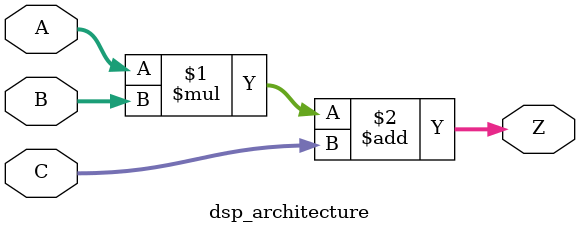
<source format=v>
module dsp_architecture#(parameter DATA_WIDTH=26,
DATA_WIDTH_2=16)(
  input [DATA_WIDTH-1:0] A,
  input [DATA_WIDTH-1:0] B,
  input [DATA_WIDTH-1:0] C,
  output [DATA_WIDTH-1:0] Z

);
  assign Z=A*B+C;
endmodule

</source>
